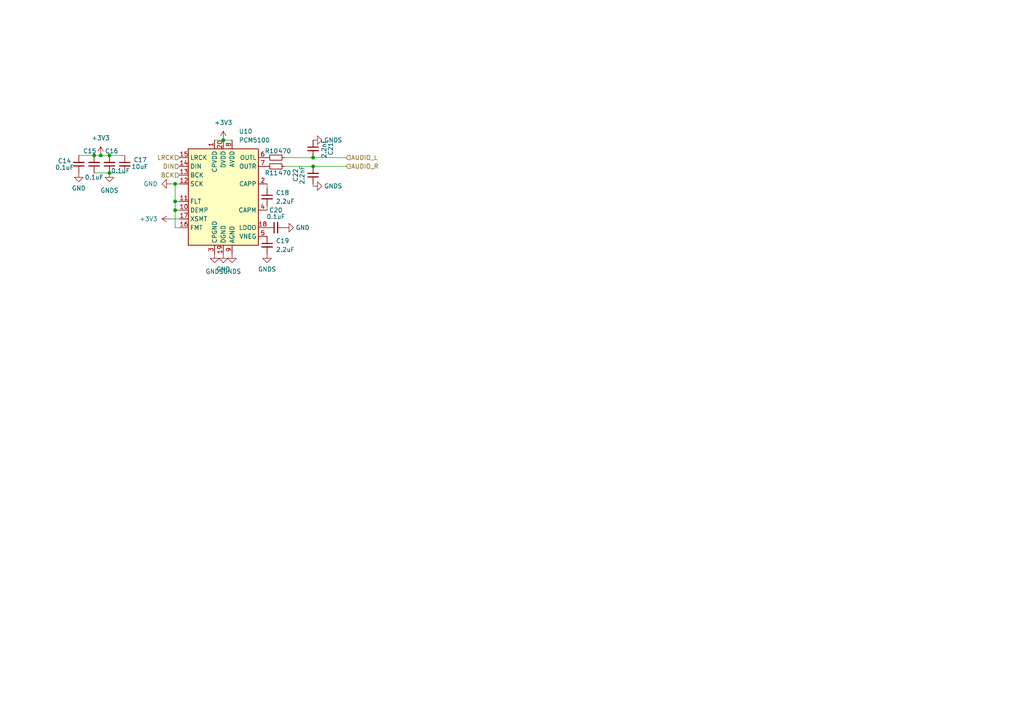
<source format=kicad_sch>
(kicad_sch (version 20230121) (generator eeschema)
  (paper "A4")
  (lib_symbols
    (symbol "Audio:PCM5100"
      (property "Reference" "U" (at -10.16 13.97 0))
      (property "Value" "PCM5100" (at 3.81 13.97 0))
      (symbol "PCM5100_0_1"
        (rectangle (start -10.16 12.7) (end 10.16 -15.24) (stroke (width 0.254)) (fill (type background)))
      )
      (symbol "PCM5100_1_1"
        (pin passive line (at -2.54 15.24 270) (length 2.54) (name "CPVDD") (number "1"))
        (pin input line (at -12.7 -5.08 0) (length 2.54) (name "DEMP") (number "10"))
        (pin input line (at -12.7 -2.54 0) (length 2.54) (name "FLT") (number "11"))
        (pin input line (at -12.7 2.54 0) (length 2.54) (name "SCK") (number "12"))
        (pin input line (at -12.7 5.08 0) (length 2.54) (name "BCK") (number "13"))
        (pin input line (at -12.7 7.62 0) (length 2.54) (name "DIN") (number "14"))
        (pin input line (at -12.7 10.16 0) (length 2.54) (name "LRCK") (number "15"))
        (pin input line (at -12.7 -10.16 0) (length 2.54) (name "FMT") (number "16"))
        (pin input line (at -12.7 -7.62 0) (length 2.54) (name "XSMT") (number "17"))
        (pin passive line (at 12.7 -10.16 180) (length 2.54) (name "LDOO") (number "18"))
        (pin power_in line (at 0 -17.78 90) (length 2.54) (name "DGND") (number "19"))
        (pin passive line (at 12.7 2.54 180) (length 2.54) (name "CAPP") (number "2"))
        (pin power_in line (at 0 15.24 270) (length 2.54) (name "DVDD") (number "20"))
        (pin power_in line (at -2.54 -17.78 90) (length 2.54) (name "CPGND") (number "3"))
        (pin passive line (at 12.7 -5.08 180) (length 2.54) (name "CAPM") (number "4"))
        (pin passive line (at 12.7 -12.7 180) (length 2.54) (name "VNEG") (number "5"))
        (pin output line (at 12.7 10.16 180) (length 2.54) (name "OUTL") (number "6"))
        (pin output line (at 12.7 7.62 180) (length 2.54) (name "OUTR") (number "7"))
        (pin power_in line (at 2.54 15.24 270) (length 2.54) (name "AVDD") (number "8"))
        (pin power_in line (at 2.54 -17.78 90) (length 2.54) (name "AGND") (number "9"))
      )
    )
    (symbol "Device:C_Small" (pin_numbers hide) (pin_names (offset 0.254) hide)
      (property "Reference" "C" (at 0.254 1.778 0))
      (property "Value" "C_Small" (at 0.254 -2.032 0))
      (symbol "C_Small_0_1"
        (polyline (pts (xy -1.524 -0.508) (xy 1.524 -0.508)) (stroke (width 0.3302)))
        (polyline (pts (xy -1.524 0.508) (xy 1.524 0.508)) (stroke (width 0.3048)))
      )
      (symbol "C_Small_1_1"
        (pin passive line (at 0 2.54 270) (length 2.032) (name "~") (number "1"))
        (pin passive line (at 0 -2.54 90) (length 2.032) (name "~") (number "2"))
      )
    )
    (symbol "Device:R_Small" (pin_numbers hide) (pin_names (offset 0.254) hide)
      (property "Reference" "R" (at 0.762 0.508 0))
      (property "Value" "R_Small" (at 0.762 -1.016 0))
      (symbol "R_Small_0_1"
        (rectangle (start -0.762 1.778) (end 0.762 -1.778) (stroke (width 0.2032)))
      )
      (symbol "R_Small_1_1"
        (pin passive line (at 0 2.54 270) (length 0.762) (name "~") (number "1"))
        (pin passive line (at 0 -2.54 90) (length 0.762) (name "~") (number "2"))
      )
    )
    (symbol "power:+3V3" (power) (pin_names (offset 0))
      (property "Value" "+3V3" (at 0 3.556 0))
      (symbol "+3V3_0_1"
        (polyline (pts (xy -0.762 1.27) (xy 0 2.54)))
        (polyline (pts (xy 0 0) (xy 0 2.54)))
        (polyline (pts (xy 0 2.54) (xy 0.762 1.27)))
      )
      (symbol "+3V3_1_1"
        (pin power_in line (at 0 0 90) (length 0) hide (name "+3V3") (number "1"))
      )
    )
    (symbol "power:AGND" (power) (pin_names (offset 0))
      (property "Value" "AGND" (at 0 -3.81 0))
      (symbol "AGND_0_1"
        (polyline (pts (xy 0 0) (xy 0 -1.27) (xy 1.27 -1.27) (xy 0 -2.54) (xy -1.27 -1.27) (xy 0 -1.27)))
      )
      (symbol "AGND_1_1"
        (pin power_in line (at 0 0 270) (length 0) hide (name "GNDS") (number "1"))
      )
    )
    (symbol "power:GND" (power) (pin_names (offset 0))
      (property "Value" "GND" (at 0 -3.81 0))
      (symbol "GND_0_1"
        (polyline (pts (xy 0 0) (xy 0 -1.27) (xy 1.27 -1.27) (xy 0 -2.54) (xy -1.27 -1.27) (xy 0 -1.27)))
      )
      (symbol "GND_1_1"
        (pin power_in line (at 0 0 270) (length 0) hide (name "GND") (number "1"))
      )
    )
  )
  (junction (at 50.8 58.42))
  (junction (at 31.75 45.085))
  (junction (at 90.805 45.72))
  (junction (at 90.805 48.26))
  (junction (at 50.8 53.34))
  (junction (at 50.8 60.96))
  (junction (at 31.75 50.165))
  (junction (at 29.21 45.085))
  (junction (at 64.77 40.64))
  (junction (at 27.305 45.085))
  (wire (pts (xy 82.55 48.26) (xy 90.805 48.26)))
  (wire (pts (xy 90.805 45.72) (xy 100.33 45.72)))
  (wire (pts (xy 64.77 40.64) (xy 67.31 40.64)))
  (wire (pts (xy 50.8 58.42) (xy 52.07 58.42)))
  (wire (pts (xy 36.195 45.085) (xy 31.75 45.085)))
  (wire (pts (xy 90.805 53.34) (xy 90.805 53.975)))
  (wire (pts (xy 31.75 50.165) (xy 36.195 50.165)))
  (wire (pts (xy 50.8 53.34) (xy 50.8 58.42)))
  (wire (pts (xy 90.805 48.26) (xy 100.33 48.26)))
  (wire (pts (xy 82.55 45.72) (xy 90.805 45.72)))
  (wire (pts (xy 49.53 63.5) (xy 52.07 63.5)))
  (wire (pts (xy 50.8 60.96) (xy 52.07 60.96)))
  (wire (pts (xy 77.47 53.34) (xy 77.47 54.61)))
  (wire (pts (xy 22.86 45.085) (xy 27.305 45.085)))
  (wire (pts (xy 27.305 45.085) (xy 29.21 45.085)))
  (wire (pts (xy 62.23 40.64) (xy 64.77 40.64)))
  (wire (pts (xy 50.8 66.04) (xy 52.07 66.04)))
  (wire (pts (xy 49.53 53.34) (xy 50.8 53.34)))
  (wire (pts (xy 50.8 60.96) (xy 50.8 66.04)))
  (wire (pts (xy 29.21 45.085) (xy 31.75 45.085)))
  (wire (pts (xy 50.8 58.42) (xy 50.8 60.96)))
  (wire (pts (xy 77.47 59.69) (xy 77.47 60.96)))
  (wire (pts (xy 27.305 50.165) (xy 31.75 50.165)))
  (wire (pts (xy 50.8 53.34) (xy 52.07 53.34)))
  (hierarchical_label "AUDIO_L" (shape input) (at 100.33 45.72 0))
  (hierarchical_label "AUDIO_R" (shape input) (at 100.33 48.26 0))
  (hierarchical_label "LRCK" (shape input) (at 52.07 45.72 180))
  (hierarchical_label "BCK" (shape input) (at 52.07 50.8 180))
  (hierarchical_label "DIN" (shape input) (at 52.07 48.26 180))
  (symbol (lib_id "Device:C_Small") (at 90.805 50.8 180) (unit 1)
    (property "Reference" "C22" (at 85.725 50.8 90))
    (property "Value" "2.2nF" (at 87.63 50.8 90))
    (property "Footprint" "Capacitor_SMD:C_0603_1608Metric" (effects hide))
  )
  (symbol (lib_id "Device:C_Small") (at 22.86 47.625 180) (unit 1)
    (property "Reference" "C14" (at 18.7325 46.6725 0))
    (property "Value" "0.1uF" (at 18.7325 48.5775 0))
    (property "Footprint" "Capacitor_SMD:C_0402_1005Metric" (effects hide))
  )
  (symbol (lib_id "Device:C_Small") (at 80.01 66.04 90) (unit 1)
    (property "Reference" "C20" (at 80.01 60.96 90))
    (property "Value" "0.1uF" (at 80.01 62.865 90))
    (property "Footprint" "Capacitor_SMD:C_0402_1005Metric" (effects hide))
  )
  (symbol (lib_id "Device:C_Small") (at 77.47 57.15 0) (unit 1)
    (property "Reference" "C18" (at 80.01 55.8863 0) (effects (justify left)))
    (property "Value" "2.2uF" (at 80.01 58.4263 0) (effects (justify left)))
    (property "Footprint" "Capacitor_SMD:C_0402_1005Metric" (effects hide))
  )
  (symbol (lib_id "Device:C_Small") (at 90.805 43.18 0) (unit 1)
    (property "Reference" "C21" (at 95.885 43.18 90))
    (property "Value" "2.2nF" (at 93.98 43.18 90))
    (property "Footprint" "Capacitor_SMD:C_0603_1608Metric" (effects hide))
  )
  (symbol (lib_id "power:GND") (at 22.86 50.165 0) (unit 1)
    (property "Reference" "#PWR054" (effects hide))
    (property "Value" "GND" (at 22.86 54.61 0))
  )
  (symbol (lib_id "power:GND") (at 82.55 66.04 90) (unit 1)
    (property "Reference" "#PWR061" (effects hide))
    (property "Value" "GND" (at 85.725 66.04 90) (effects (justify right)))
  )
  (symbol (lib_id "Device:C_Small") (at 27.305 47.625 180) (unit 1)
    (property "Reference" "C15" (at 26.035 43.815 0))
    (property "Value" "0.1uF" (at 27.305 51.435 0))
    (property "Footprint" "Capacitor_SMD:C_0402_1005Metric" (effects hide))
  )
  (symbol (lib_id "Device:C_Small") (at 36.195 47.625 0) (unit 1)
    (property "Reference" "C17" (at 38.735 46.355 0) (effects (justify left)))
    (property "Value" "10uF" (at 38.1 48.3489 0) (effects (justify left)))
    (property "Footprint" "Capacitor_SMD:C_0805_2012Metric" (effects hide))
  )
  (symbol (lib_id "Device:C_Small") (at 77.47 71.12 0) (unit 1)
    (property "Reference" "C19" (at 80.01 69.8563 0) (effects (justify left)))
    (property "Value" "2.2uF" (at 80.01 72.3963 0) (effects (justify left)))
    (property "Footprint" "Capacitor_SMD:C_0402_1005Metric" (effects hide))
  )
  (symbol (lib_id "Audio:PCM5100") (at 64.77 55.88 0) (unit 1)
    (property "Reference" "U10" (at 69.2659 38.1 0) (effects (justify left)))
    (property "Value" "PCM5100" (at 69.2659 40.64 0) (effects (justify left)))
    (property "Footprint" "Package_SO:TSSOP-20_4.4x6.5mm_P0.65mm" (effects hide))
    (property "Datasheet" "http://www.ti.com/lit/ds/symlink/pcm5100.pdf" (effects hide))
  )
  (symbol (lib_id "power:GND") (at 64.77 73.66 0) (unit 1)
    (property "Reference" "#PWR057" (effects hide))
    (property "Value" "GND" (at 64.77 78.105 0))
  )
  (symbol (lib_id "power:AGND") (at 67.31 73.66 0) (unit 1)
    (property "Reference" "#PWR?" (effects hide))
    (property "Value" "AGND" (at 67.31 78.74 0))
    (instances (project "PicoGUS chipdown" (path "" (reference "#PWR?") (unit 1)) (path "" (reference "#PWR059") (unit 1))))
  )
  (symbol (lib_id "Device:R_Small") (at 80.01 48.26 90) (unit 1)
    (property "Reference" "R11" (at 78.74 50.165 90))
    (property "Value" "470" (at 82.55 50.165 90))
    (property "Footprint" "Resistor_SMD:R_0402_1005Metric" (effects hide))
  )
  (symbol (lib_id "power:+3V3") (at 64.77 40.64 0) (unit 1)
    (property "Reference" "#PWR058" (effects hide))
    (property "Value" "+3V3" (at 64.77 35.56 0))
  )
  (symbol (lib_id "power:AGND") (at 62.23 73.66 0) (unit 1)
    (property "Reference" "#PWR?" (effects hide))
    (property "Value" "AGND" (at 62.23 78.74 0))
    (instances (project "PicoGUS chipdown" (path "" (reference "#PWR?") (unit 1)) (path "" (reference "#PWR065") (unit 1))))
  )
  (symbol (lib_id "power:AGND") (at 90.805 53.975 90) (unit 1)
    (property "Reference" "#PWR?" (effects hide))
    (property "Value" "AGND" (at 93.98 53.975 90) (effects (justify right)))
    (instances (project "PicoGUS chipdown" (path "" (reference "#PWR?") (unit 1)) (path "" (reference "#PWR062") (unit 1))))
  )
  (symbol (lib_id "power:+3V3") (at 29.21 45.085 0) (unit 1)
    (property "Reference" "#PWR053" (effects hide))
    (property "Value" "+3V3" (at 29.21 40.005 0))
  )
  (symbol (lib_id "power:AGND") (at 90.805 40.64 90) (unit 1)
    (property "Reference" "#PWR?" (effects hide))
    (property "Value" "AGND" (at 93.98 40.64 90) (effects (justify right)))
    (instances (project "PicoGUS chipdown" (path "" (reference "#PWR?") (unit 1)) (path "" (reference "#PWR063") (unit 1))))
  )
  (symbol (lib_id "power:AGND") (at 77.47 73.66 0) (unit 1)
    (property "Reference" "#PWR?" (effects hide))
    (property "Value" "AGND" (at 77.47 78.105 0))
    (instances (project "PicoGUS chipdown" (path "" (reference "#PWR?") (unit 1)) (path "" (reference "#PWR080") (unit 1))))
  )
  (symbol (lib_id "Device:C_Small") (at 31.75 47.625 180) (unit 1)
    (property "Reference" "C16" (at 32.385 43.815 0))
    (property "Value" "0.1uF" (at 34.925 49.53 0))
    (property "Footprint" "Capacitor_SMD:C_0402_1005Metric" (effects hide))
  )
  (symbol (lib_id "power:+3V3") (at 49.53 63.5 90) (unit 1)
    (property "Reference" "#PWR056" (effects hide))
    (property "Value" "+3V3" (at 45.72 63.5 90) (effects (justify left)))
  )
  (symbol (lib_id "power:AGND") (at 31.75 50.165 0) (unit 1)
    (property "Reference" "#PWR?" (effects hide))
    (property "Value" "AGND" (at 31.75 55.245 0))
    (instances (project "PicoGUS chipdown" (path "" (reference "#PWR?") (unit 1)) (path "" (reference "#PWR064") (unit 1))))
  )
  (symbol (lib_id "power:GND") (at 49.53 53.34 270) (unit 1)
    (property "Reference" "#PWR055" (effects hide))
    (property "Value" "GND" (at 45.72 53.34 90) (effects (justify right)))
  )
  (symbol (lib_id "Device:R_Small") (at 80.01 45.72 90) (unit 1)
    (property "Reference" "R10" (at 78.74 43.815 90))
    (property "Value" "470" (at 82.55 43.815 90))
    (property "Footprint" "Resistor_SMD:R_0402_1005Metric" (effects hide))
  )
)
</source>
